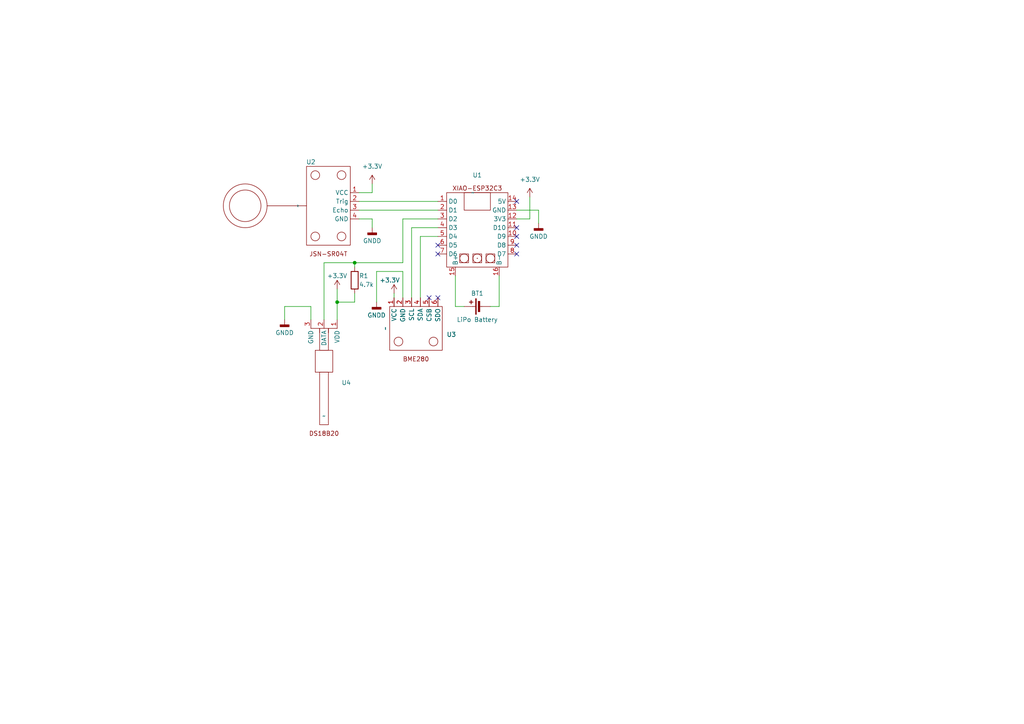
<source format=kicad_sch>
(kicad_sch (version 20230121) (generator eeschema)

  (uuid 9d7ce83e-1b0b-4e93-ab9d-79e284afb2de)

  (paper "A4")

  (lib_symbols
    (symbol "Device:Battery_Cell" (pin_numbers hide) (pin_names (offset 0) hide) (in_bom yes) (on_board yes)
      (property "Reference" "BT" (at 2.54 2.54 0)
        (effects (font (size 1.27 1.27)) (justify left))
      )
      (property "Value" "Battery_Cell" (at 2.54 0 0)
        (effects (font (size 1.27 1.27)) (justify left))
      )
      (property "Footprint" "" (at 0 1.524 90)
        (effects (font (size 1.27 1.27)) hide)
      )
      (property "Datasheet" "~" (at 0 1.524 90)
        (effects (font (size 1.27 1.27)) hide)
      )
      (property "ki_keywords" "battery cell" (at 0 0 0)
        (effects (font (size 1.27 1.27)) hide)
      )
      (property "ki_description" "Single-cell battery" (at 0 0 0)
        (effects (font (size 1.27 1.27)) hide)
      )
      (symbol "Battery_Cell_0_1"
        (rectangle (start -2.286 1.778) (end 2.286 1.524)
          (stroke (width 0) (type default))
          (fill (type outline))
        )
        (rectangle (start -1.524 1.016) (end 1.524 0.508)
          (stroke (width 0) (type default))
          (fill (type outline))
        )
        (polyline
          (pts
            (xy 0 0.762)
            (xy 0 0)
          )
          (stroke (width 0) (type default))
          (fill (type none))
        )
        (polyline
          (pts
            (xy 0 1.778)
            (xy 0 2.54)
          )
          (stroke (width 0) (type default))
          (fill (type none))
        )
        (polyline
          (pts
            (xy 0.762 3.048)
            (xy 1.778 3.048)
          )
          (stroke (width 0.254) (type default))
          (fill (type none))
        )
        (polyline
          (pts
            (xy 1.27 3.556)
            (xy 1.27 2.54)
          )
          (stroke (width 0.254) (type default))
          (fill (type none))
        )
      )
      (symbol "Battery_Cell_1_1"
        (pin passive line (at 0 5.08 270) (length 2.54)
          (name "+" (effects (font (size 1.27 1.27))))
          (number "1" (effects (font (size 1.27 1.27))))
        )
        (pin passive line (at 0 -2.54 90) (length 2.54)
          (name "-" (effects (font (size 1.27 1.27))))
          (number "2" (effects (font (size 1.27 1.27))))
        )
      )
    )
    (symbol "Device:R" (pin_numbers hide) (pin_names (offset 0)) (in_bom yes) (on_board yes)
      (property "Reference" "R" (at 2.032 0 90)
        (effects (font (size 1.27 1.27)))
      )
      (property "Value" "R" (at 0 0 90)
        (effects (font (size 1.27 1.27)))
      )
      (property "Footprint" "" (at -1.778 0 90)
        (effects (font (size 1.27 1.27)) hide)
      )
      (property "Datasheet" "~" (at 0 0 0)
        (effects (font (size 1.27 1.27)) hide)
      )
      (property "ki_keywords" "R res resistor" (at 0 0 0)
        (effects (font (size 1.27 1.27)) hide)
      )
      (property "ki_description" "Resistor" (at 0 0 0)
        (effects (font (size 1.27 1.27)) hide)
      )
      (property "ki_fp_filters" "R_*" (at 0 0 0)
        (effects (font (size 1.27 1.27)) hide)
      )
      (symbol "R_0_1"
        (rectangle (start -1.016 -2.54) (end 1.016 2.54)
          (stroke (width 0.254) (type default))
          (fill (type none))
        )
      )
      (symbol "R_1_1"
        (pin passive line (at 0 3.81 270) (length 1.27)
          (name "~" (effects (font (size 1.27 1.27))))
          (number "1" (effects (font (size 1.27 1.27))))
        )
        (pin passive line (at 0 -3.81 90) (length 1.27)
          (name "~" (effects (font (size 1.27 1.27))))
          (number "2" (effects (font (size 1.27 1.27))))
        )
      )
    )
    (symbol "power:+3.3V" (power) (pin_names (offset 0)) (in_bom yes) (on_board yes)
      (property "Reference" "#PWR" (at 0 -3.81 0)
        (effects (font (size 1.27 1.27)) hide)
      )
      (property "Value" "+3.3V" (at 0 3.556 0)
        (effects (font (size 1.27 1.27)))
      )
      (property "Footprint" "" (at 0 0 0)
        (effects (font (size 1.27 1.27)) hide)
      )
      (property "Datasheet" "" (at 0 0 0)
        (effects (font (size 1.27 1.27)) hide)
      )
      (property "ki_keywords" "global power" (at 0 0 0)
        (effects (font (size 1.27 1.27)) hide)
      )
      (property "ki_description" "Power symbol creates a global label with name \"+3.3V\"" (at 0 0 0)
        (effects (font (size 1.27 1.27)) hide)
      )
      (symbol "+3.3V_0_1"
        (polyline
          (pts
            (xy -0.762 1.27)
            (xy 0 2.54)
          )
          (stroke (width 0) (type default))
          (fill (type none))
        )
        (polyline
          (pts
            (xy 0 0)
            (xy 0 2.54)
          )
          (stroke (width 0) (type default))
          (fill (type none))
        )
        (polyline
          (pts
            (xy 0 2.54)
            (xy 0.762 1.27)
          )
          (stroke (width 0) (type default))
          (fill (type none))
        )
      )
      (symbol "+3.3V_1_1"
        (pin power_in line (at 0 0 90) (length 0) hide
          (name "+3.3V" (effects (font (size 1.27 1.27))))
          (number "1" (effects (font (size 1.27 1.27))))
        )
      )
    )
    (symbol "power:GNDD" (power) (pin_names (offset 0)) (in_bom yes) (on_board yes)
      (property "Reference" "#PWR" (at 0 -6.35 0)
        (effects (font (size 1.27 1.27)) hide)
      )
      (property "Value" "GNDD" (at 0 -3.175 0)
        (effects (font (size 1.27 1.27)))
      )
      (property "Footprint" "" (at 0 0 0)
        (effects (font (size 1.27 1.27)) hide)
      )
      (property "Datasheet" "" (at 0 0 0)
        (effects (font (size 1.27 1.27)) hide)
      )
      (property "ki_keywords" "global power" (at 0 0 0)
        (effects (font (size 1.27 1.27)) hide)
      )
      (property "ki_description" "Power symbol creates a global label with name \"GNDD\" , digital ground" (at 0 0 0)
        (effects (font (size 1.27 1.27)) hide)
      )
      (symbol "GNDD_0_1"
        (rectangle (start -1.27 -1.524) (end 1.27 -2.032)
          (stroke (width 0.254) (type default))
          (fill (type outline))
        )
        (polyline
          (pts
            (xy 0 0)
            (xy 0 -1.524)
          )
          (stroke (width 0) (type default))
          (fill (type none))
        )
      )
      (symbol "GNDD_1_1"
        (pin power_in line (at 0 0 270) (length 0) hide
          (name "GNDD" (effects (font (size 1.27 1.27))))
          (number "1" (effects (font (size 1.27 1.27))))
        )
      )
    )
    (symbol "shemite:BME280" (in_bom yes) (on_board yes)
      (property "Reference" "U" (at -10.16 -5.08 0)
        (effects (font (size 1.27 1.27)))
      )
      (property "Value" "" (at -7.62 -10.16 90)
        (effects (font (size 1.27 1.27)))
      )
      (property "Footprint" "" (at -7.62 -10.16 90)
        (effects (font (size 1.27 1.27)) hide)
      )
      (property "Datasheet" "" (at -7.62 -10.16 90)
        (effects (font (size 1.27 1.27)) hide)
      )
      (symbol "BME280_0_1"
        (rectangle (start -6.35 -16.51) (end 8.89 -3.81)
          (stroke (width 0) (type default))
          (fill (type none))
        )
        (circle (center -3.81 -13.97) (radius 1.27)
          (stroke (width 0) (type default))
          (fill (type none))
        )
        (circle (center 6.35 -13.97) (radius 1.27)
          (stroke (width 0) (type default))
          (fill (type none))
        )
      )
      (symbol "BME280_1_1"
        (text "BME280" (at 1.27 -19.05 0)
          (effects (font (size 1.27 1.27)))
        )
        (pin power_in line (at -5.08 -1.27 270) (length 2.54)
          (name "VCC" (effects (font (size 1.27 1.27))))
          (number "1" (effects (font (size 1.27 1.27))))
        )
        (pin power_in line (at -2.54 -1.27 270) (length 2.54)
          (name "GND" (effects (font (size 1.27 1.27))))
          (number "2" (effects (font (size 1.27 1.27))))
        )
        (pin bidirectional line (at 0 -1.27 270) (length 2.54)
          (name "SCL" (effects (font (size 1.27 1.27))))
          (number "3" (effects (font (size 1.27 1.27))))
        )
        (pin bidirectional line (at 2.54 -1.27 270) (length 2.54)
          (name "SDA" (effects (font (size 1.27 1.27))))
          (number "4" (effects (font (size 1.27 1.27))))
        )
        (pin bidirectional line (at 5.08 -1.27 270) (length 2.54)
          (name "CSB" (effects (font (size 1.27 1.27))))
          (number "5" (effects (font (size 1.27 1.27))))
        )
        (pin bidirectional line (at 7.62 -1.27 270) (length 2.54)
          (name "SDO" (effects (font (size 1.27 1.27))))
          (number "6" (effects (font (size 1.27 1.27))))
        )
      )
    )
    (symbol "shemite:DS18B20" (in_bom yes) (on_board yes)
      (property "Reference" "U" (at -10.16 -6.35 0)
        (effects (font (size 1.27 1.27)))
      )
      (property "Value" "" (at 0 -31.75 0)
        (effects (font (size 1.27 1.27)))
      )
      (property "Footprint" "" (at 0 -31.75 0)
        (effects (font (size 1.27 1.27)) hide)
      )
      (property "Datasheet" "" (at 0 -31.75 0)
        (effects (font (size 1.27 1.27)) hide)
      )
      (symbol "DS18B20_0_1"
        (rectangle (start -1.27 -6.35) (end 1.27 -12.7)
          (stroke (width 0) (type default))
          (fill (type none))
        )
        (polyline
          (pts
            (xy -1.27 -7.62)
            (xy -1.27 -6.35)
            (xy -3.81 -6.35)
          )
          (stroke (width 0) (type default))
          (fill (type none))
        )
        (polyline
          (pts
            (xy 3.81 -6.35)
            (xy 1.27 -6.35)
            (xy 1.27 -7.62)
          )
          (stroke (width 0) (type default))
          (fill (type none))
        )
        (rectangle (start 1.27 -34.29) (end -1.27 -19.05)
          (stroke (width 0) (type default))
          (fill (type none))
        )
        (rectangle (start 2.54 -19.05) (end -2.54 -12.7)
          (stroke (width 0) (type default))
          (fill (type none))
        )
      )
      (symbol "DS18B20_1_1"
        (text "DS18B20\n" (at 0 -36.83 0)
          (effects (font (size 1.27 1.27)))
        )
        (pin power_in line (at 3.81 -3.81 270) (length 2.54)
          (name "VDD" (effects (font (size 1.27 1.27))))
          (number "1" (effects (font (size 1.27 1.27))))
        )
        (pin output line (at 0 -3.81 270) (length 2.54)
          (name "DATA" (effects (font (size 1.27 1.27))))
          (number "2" (effects (font (size 1.27 1.27))))
        )
        (pin power_in line (at -3.81 -3.81 270) (length 2.54)
          (name "GND" (effects (font (size 1.27 1.27))))
          (number "3" (effects (font (size 1.27 1.27))))
        )
      )
    )
    (symbol "shemite:JSN-SR04T" (in_bom yes) (on_board yes)
      (property "Reference" "U" (at -7.62 2.54 90)
        (effects (font (size 1.27 1.27)))
      )
      (property "Value" "" (at 2.54 3.81 0)
        (effects (font (size 1.27 1.27)))
      )
      (property "Footprint" "" (at 2.54 3.81 0)
        (effects (font (size 1.27 1.27)) hide)
      )
      (property "Datasheet" "" (at 2.54 3.81 0)
        (effects (font (size 1.27 1.27)) hide)
      )
      (symbol "JSN-SR04T_0_1"
        (circle (center -6.35 8.89) (radius 1.27)
          (stroke (width 0) (type default))
          (fill (type none))
        )
        (circle (center -6.35 16.51) (radius 1.27)
          (stroke (width 0) (type default))
          (fill (type none))
        )
        (circle (center 11.43 8.89) (radius 1.27)
          (stroke (width 0) (type default))
          (fill (type none))
        )
        (circle (center 11.43 16.51) (radius 1.27)
          (stroke (width 0) (type default))
          (fill (type none))
        )
        (rectangle (start 13.97 6.35) (end -8.89 19.05)
          (stroke (width 0) (type default))
          (fill (type none))
        )
      )
      (symbol "JSN-SR04T_1_1"
        (polyline
          (pts
            (xy 2.54 6.35)
            (xy 2.54 -5.08)
          )
          (stroke (width 0) (type default))
          (fill (type none))
        )
        (circle (center 2.54 -11.43) (radius 4.5791)
          (stroke (width 0) (type default))
          (fill (type none))
        )
        (circle (center 2.54 -11.43) (radius 6.35)
          (stroke (width 0) (type default))
          (fill (type none))
        )
        (text "JSN-SR04T" (at 16.51 12.7 900)
          (effects (font (size 1.27 1.27)))
        )
        (pin power_in line (at -1.27 21.59 270) (length 2.54)
          (name "VCC" (effects (font (size 1.27 1.27))))
          (number "1" (effects (font (size 1.27 1.27))))
        )
        (pin output line (at 1.27 21.59 270) (length 2.54)
          (name "Trig" (effects (font (size 1.27 1.27))))
          (number "2" (effects (font (size 1.27 1.27))))
        )
        (pin input line (at 3.81 21.59 270) (length 2.54)
          (name "Echo" (effects (font (size 1.27 1.27))))
          (number "3" (effects (font (size 1.27 1.27))))
        )
        (pin power_in line (at 6.35 21.59 270) (length 2.54)
          (name "GND" (effects (font (size 1.27 1.27))))
          (number "4" (effects (font (size 1.27 1.27))))
        )
      )
    )
    (symbol "shemite:XIAO-ESP32C3" (in_bom yes) (on_board yes)
      (property "Reference" "U" (at -12.7 -24.13 0)
        (effects (font (size 1.27 1.27)))
      )
      (property "Value" "" (at -1.27 0 0)
        (effects (font (size 1.27 1.27)))
      )
      (property "Footprint" "" (at -1.27 0 0)
        (effects (font (size 1.27 1.27)) hide)
      )
      (property "Datasheet" "" (at -1.27 0 0)
        (effects (font (size 1.27 1.27)) hide)
      )
      (symbol "XIAO-ESP32C3_0_1"
        (rectangle (start -8.89 0) (end 8.89 -21.59)
          (stroke (width 0) (type default))
          (fill (type none))
        )
        (rectangle (start -5.08 -17.78) (end -2.54 -20.32)
          (stroke (width 0) (type default))
          (fill (type none))
        )
        (circle (center -3.81 -19.05) (radius 1.27)
          (stroke (width 0) (type default))
          (fill (type none))
        )
        (rectangle (start -3.81 0) (end 3.81 -5.08)
          (stroke (width 0) (type default))
          (fill (type none))
        )
        (rectangle (start -1.27 -17.78) (end 1.27 -20.32)
          (stroke (width 0) (type default))
          (fill (type none))
        )
        (circle (center 0 -19.05) (radius 0.0001)
          (stroke (width 0) (type default))
          (fill (type none))
        )
        (circle (center 0 -19.05) (radius 1.27)
          (stroke (width 0) (type default))
          (fill (type none))
        )
        (circle (center 2.54 -20.32) (radius 0.0001)
          (stroke (width 0) (type default))
          (fill (type none))
        )
        (rectangle (start 2.54 -17.78) (end 5.08 -20.32)
          (stroke (width 0) (type default))
          (fill (type none))
        )
        (circle (center 3.81 -19.05) (radius 1.27)
          (stroke (width 0) (type default))
          (fill (type none))
        )
      )
      (symbol "XIAO-ESP32C3_1_1"
        (text "XIAO-ESP32C3" (at 0 1.27 0)
          (effects (font (size 1.27 1.27)))
        )
        (pin bidirectional line (at -11.43 -2.54 0) (length 2.54)
          (name "D0" (effects (font (size 1.27 1.27))))
          (number "1" (effects (font (size 1.27 1.27))))
        )
        (pin bidirectional line (at 11.43 -12.7 180) (length 2.54)
          (name "D9" (effects (font (size 1.27 1.27))))
          (number "10" (effects (font (size 1.27 1.27))))
        )
        (pin bidirectional line (at 11.43 -10.16 180) (length 2.54)
          (name "D10" (effects (font (size 1.27 1.27))))
          (number "11" (effects (font (size 1.27 1.27))))
        )
        (pin power_out line (at 11.43 -7.62 180) (length 2.54)
          (name "3V3" (effects (font (size 1.27 1.27))))
          (number "12" (effects (font (size 1.27 1.27))))
        )
        (pin power_in line (at 11.43 -5.08 180) (length 2.54)
          (name "GND" (effects (font (size 1.27 1.27))))
          (number "13" (effects (font (size 1.27 1.27))))
        )
        (pin power_out line (at 11.43 -2.54 180) (length 2.54)
          (name "5V" (effects (font (size 1.27 1.27))))
          (number "14" (effects (font (size 1.27 1.27))))
        )
        (pin power_in line (at -6.35 -24.13 90) (length 2.54)
          (name "B+" (effects (font (size 1.27 1.27))))
          (number "15" (effects (font (size 1.27 1.27))))
        )
        (pin power_in line (at 6.35 -24.13 90) (length 2.54)
          (name "B-" (effects (font (size 1.27 1.27))))
          (number "16" (effects (font (size 1.27 1.27))))
        )
        (pin bidirectional line (at -11.43 -5.08 0) (length 2.54)
          (name "D1" (effects (font (size 1.27 1.27))))
          (number "2" (effects (font (size 1.27 1.27))))
        )
        (pin bidirectional line (at -11.43 -7.62 0) (length 2.54)
          (name "D2" (effects (font (size 1.27 1.27))))
          (number "3" (effects (font (size 1.27 1.27))))
        )
        (pin bidirectional line (at -11.43 -10.16 0) (length 2.54)
          (name "D3" (effects (font (size 1.27 1.27))))
          (number "4" (effects (font (size 1.27 1.27))))
        )
        (pin bidirectional line (at -11.43 -12.7 0) (length 2.54)
          (name "D4" (effects (font (size 1.27 1.27))))
          (number "5" (effects (font (size 1.27 1.27))))
        )
        (pin bidirectional line (at -11.43 -15.24 0) (length 2.54)
          (name "D5" (effects (font (size 1.27 1.27))))
          (number "6" (effects (font (size 1.27 1.27))))
        )
        (pin bidirectional line (at -11.43 -17.78 0) (length 2.54)
          (name "D6" (effects (font (size 1.27 1.27))))
          (number "7" (effects (font (size 1.27 1.27))))
        )
        (pin bidirectional line (at 11.43 -17.78 180) (length 2.54)
          (name "D7" (effects (font (size 1.27 1.27))))
          (number "8" (effects (font (size 1.27 1.27))))
        )
        (pin bidirectional line (at 11.43 -15.24 180) (length 2.54)
          (name "D8" (effects (font (size 1.27 1.27))))
          (number "9" (effects (font (size 1.27 1.27))))
        )
      )
    )
  )

  (junction (at 102.87 76.2) (diameter 0) (color 0 0 0 0)
    (uuid 3e49b0c0-3a7c-47d9-bf65-1bf000831428)
  )
  (junction (at 97.79 87.63) (diameter 0) (color 0 0 0 0)
    (uuid a0fe7811-c0b2-4494-8276-db9e547e4a37)
  )

  (no_connect (at 149.86 73.66) (uuid 121c5c2f-ecc3-4176-9889-fa947b1611f2))
  (no_connect (at 149.86 71.12) (uuid 1d11baf8-dfa7-4f0f-a1a3-42a37158f3e9))
  (no_connect (at 127 86.36) (uuid 41cebc26-8a3c-4c93-87d1-278603bb77f6))
  (no_connect (at 124.46 86.36) (uuid 80d999b0-1b71-4a73-aa50-f0c985adf5d7))
  (no_connect (at 149.86 66.04) (uuid 8a19da84-2bcf-4b7c-9308-2f4a271760d7))
  (no_connect (at 149.86 58.42) (uuid ac27630f-fde9-4a31-9fc9-ab24e338fc5f))
  (no_connect (at 127 71.12) (uuid b72afc11-aaf2-4e2d-89e1-47e9a432c94f))
  (no_connect (at 149.86 68.58) (uuid e42239a9-9602-45b0-9139-968db1e0a5e6))
  (no_connect (at 127 73.66) (uuid ebcdd1d4-6d98-441b-848d-421f8d85eee9))

  (wire (pts (xy 97.79 87.63) (xy 97.79 92.71))
    (stroke (width 0) (type default))
    (uuid 004f1d2b-4010-423a-aac9-4d639e9ce987)
  )
  (wire (pts (xy 132.08 80.01) (xy 132.08 88.9))
    (stroke (width 0) (type default))
    (uuid 08db0bf4-7f7c-4b60-8663-4addd95a4a7f)
  )
  (wire (pts (xy 102.87 76.2) (xy 116.84 76.2))
    (stroke (width 0) (type default))
    (uuid 0a3f8146-e8b7-49f2-aa29-0add3b30845b)
  )
  (wire (pts (xy 132.08 88.9) (xy 134.62 88.9))
    (stroke (width 0) (type default))
    (uuid 0a612c2e-0f1d-4ba5-977f-7a123b310126)
  )
  (wire (pts (xy 114.3 85.09) (xy 114.3 86.36))
    (stroke (width 0) (type default))
    (uuid 0cfe0cc4-8c1b-49a5-bc17-918a132a4091)
  )
  (wire (pts (xy 82.55 88.9) (xy 82.55 92.71))
    (stroke (width 0) (type default))
    (uuid 0da22858-5bf5-4cb5-8c38-92a9a71ae49c)
  )
  (wire (pts (xy 144.78 80.01) (xy 144.78 88.9))
    (stroke (width 0) (type default))
    (uuid 14dcfcf5-f3ec-40e8-b2c4-6987db28778b)
  )
  (wire (pts (xy 97.79 83.82) (xy 97.79 87.63))
    (stroke (width 0) (type default))
    (uuid 2803b342-43d9-4498-8889-434529428d01)
  )
  (wire (pts (xy 109.22 78.74) (xy 109.22 87.63))
    (stroke (width 0) (type default))
    (uuid 2d186327-52e1-48b6-b631-8ae3b4967600)
  )
  (wire (pts (xy 119.38 66.04) (xy 127 66.04))
    (stroke (width 0) (type default))
    (uuid 3218b7da-a92f-4fff-914e-4bfd0fe594b4)
  )
  (wire (pts (xy 116.84 76.2) (xy 116.84 63.5))
    (stroke (width 0) (type default))
    (uuid 34491fc8-d019-43bd-8cc4-20a9387b3171)
  )
  (wire (pts (xy 90.17 92.71) (xy 90.17 88.9))
    (stroke (width 0) (type default))
    (uuid 35bdb76b-7383-4f24-98d6-1c4bee925407)
  )
  (wire (pts (xy 144.78 88.9) (xy 142.24 88.9))
    (stroke (width 0) (type default))
    (uuid 3608d4f5-683a-4d31-a189-d4ee09584839)
  )
  (wire (pts (xy 121.92 86.36) (xy 121.92 68.58))
    (stroke (width 0) (type default))
    (uuid 46646bf6-4e6f-4079-bf83-611d15f0b4e2)
  )
  (wire (pts (xy 156.21 64.77) (xy 156.21 60.96))
    (stroke (width 0) (type default))
    (uuid 48927c99-fec3-4675-b655-f7e9fdb86697)
  )
  (wire (pts (xy 90.17 88.9) (xy 82.55 88.9))
    (stroke (width 0) (type default))
    (uuid 48cf52e7-3a45-4e9b-b9f4-9f7047f11a97)
  )
  (wire (pts (xy 116.84 86.36) (xy 116.84 78.74))
    (stroke (width 0) (type default))
    (uuid 5cd6aba8-aec3-481b-88e1-192ab351265a)
  )
  (wire (pts (xy 107.95 63.5) (xy 107.95 66.04))
    (stroke (width 0) (type default))
    (uuid 66e54a22-9ae2-4a2a-a69c-fd7bd7ddd5e3)
  )
  (wire (pts (xy 104.14 58.42) (xy 127 58.42))
    (stroke (width 0) (type default))
    (uuid 70628cdb-1f57-4fad-97b1-cb4a17232baa)
  )
  (wire (pts (xy 102.87 76.2) (xy 102.87 77.47))
    (stroke (width 0) (type default))
    (uuid 746a31d7-8d25-480a-94a3-1260d24cd009)
  )
  (wire (pts (xy 153.67 57.15) (xy 153.67 63.5))
    (stroke (width 0) (type default))
    (uuid 820e2ebd-891a-4117-88a6-75ca8f03eda5)
  )
  (wire (pts (xy 107.95 53.34) (xy 107.95 55.88))
    (stroke (width 0) (type default))
    (uuid 87bc1b1d-7ece-45e4-932f-831d7410a267)
  )
  (wire (pts (xy 121.92 68.58) (xy 127 68.58))
    (stroke (width 0) (type default))
    (uuid 88121ae5-d1f7-4851-871a-21d3c67b04d7)
  )
  (wire (pts (xy 102.87 85.09) (xy 102.87 87.63))
    (stroke (width 0) (type default))
    (uuid 90edac16-f1fe-4779-804f-60a742322ff3)
  )
  (wire (pts (xy 93.98 76.2) (xy 102.87 76.2))
    (stroke (width 0) (type default))
    (uuid 9fddd2cc-9dc9-429e-b9b6-335f3adf9a1a)
  )
  (wire (pts (xy 104.14 60.96) (xy 127 60.96))
    (stroke (width 0) (type default))
    (uuid a151c0bd-4011-4de8-b8fb-ac45e0358ea7)
  )
  (wire (pts (xy 119.38 86.36) (xy 119.38 66.04))
    (stroke (width 0) (type default))
    (uuid a542fae6-6d1d-4126-8a5a-83a9d546a629)
  )
  (wire (pts (xy 93.98 76.2) (xy 93.98 92.71))
    (stroke (width 0) (type default))
    (uuid a7e54918-2456-497c-b5d0-6ae5a9eb6bcf)
  )
  (wire (pts (xy 116.84 63.5) (xy 127 63.5))
    (stroke (width 0) (type default))
    (uuid abf7d6ce-cb6d-4893-ac7a-d7ad5c28c3c7)
  )
  (wire (pts (xy 104.14 55.88) (xy 107.95 55.88))
    (stroke (width 0) (type default))
    (uuid cbcf1aef-b01e-4fd1-99df-4f92d622d146)
  )
  (wire (pts (xy 104.14 63.5) (xy 107.95 63.5))
    (stroke (width 0) (type default))
    (uuid d0f8dc31-447f-4c8f-93a5-3be694728430)
  )
  (wire (pts (xy 116.84 78.74) (xy 109.22 78.74))
    (stroke (width 0) (type default))
    (uuid e12b32c7-8ab0-47a8-9262-74c7c2dc68c4)
  )
  (wire (pts (xy 102.87 87.63) (xy 97.79 87.63))
    (stroke (width 0) (type default))
    (uuid e18987ff-c148-4d5a-8374-5de97584bb3a)
  )
  (wire (pts (xy 153.67 63.5) (xy 149.86 63.5))
    (stroke (width 0) (type default))
    (uuid e5f6da76-e498-4d1a-ba8f-36af19f10c4e)
  )
  (wire (pts (xy 156.21 60.96) (xy 149.86 60.96))
    (stroke (width 0) (type default))
    (uuid f49096ce-a173-41ef-915e-ce46e805b905)
  )

  (symbol (lib_id "power:GNDD") (at 82.55 92.71 0) (unit 1)
    (in_bom yes) (on_board yes) (dnp no) (fields_autoplaced)
    (uuid 209c2e7b-7bf5-4721-92c2-56c6f6b3c298)
    (property "Reference" "#PWR08" (at 82.55 99.06 0)
      (effects (font (size 1.27 1.27)) hide)
    )
    (property "Value" "GNDD" (at 82.55 96.52 0)
      (effects (font (size 1.27 1.27)))
    )
    (property "Footprint" "" (at 82.55 92.71 0)
      (effects (font (size 1.27 1.27)) hide)
    )
    (property "Datasheet" "" (at 82.55 92.71 0)
      (effects (font (size 1.27 1.27)) hide)
    )
    (pin "1" (uuid 26a25b94-fdaf-46ca-aa3b-31b69efe6f40))
    (instances
      (project "DR"
        (path "/9d7ce83e-1b0b-4e93-ab9d-79e284afb2de"
          (reference "#PWR08") (unit 1)
        )
      )
    )
  )

  (symbol (lib_id "shemite:JSN-SR04T") (at 82.55 57.15 270) (unit 1)
    (in_bom yes) (on_board yes) (dnp no)
    (uuid 42e6229a-bff4-433d-939b-c663b161cc19)
    (property "Reference" "U2" (at 90.17 46.99 90)
      (effects (font (size 1.27 1.27)))
    )
    (property "Value" "~" (at 86.36 59.69 0)
      (effects (font (size 1.27 1.27)))
    )
    (property "Footprint" "DR_Components_Footprints:JSN-SR04T" (at 86.36 59.69 0)
      (effects (font (size 1.27 1.27)) hide)
    )
    (property "Datasheet" "" (at 86.36 59.69 0)
      (effects (font (size 1.27 1.27)) hide)
    )
    (pin "2" (uuid 4ca30271-2e05-472c-bf11-db2868083d42))
    (pin "1" (uuid da214c28-256e-4588-8c33-5923c61d661e))
    (pin "4" (uuid f32d23c5-3cb2-40b2-a6d7-dd23f5052bfd))
    (pin "3" (uuid 1d859d4b-70e6-4a49-8fca-ffd3bcca1675))
    (instances
      (project "DR"
        (path "/9d7ce83e-1b0b-4e93-ab9d-79e284afb2de"
          (reference "U2") (unit 1)
        )
      )
    )
  )

  (symbol (lib_id "power:+3.3V") (at 114.3 85.09 0) (unit 1)
    (in_bom yes) (on_board yes) (dnp no)
    (uuid 4f1b981f-6138-4163-802d-d0faad45105f)
    (property "Reference" "#PWR03" (at 114.3 88.9 0)
      (effects (font (size 1.27 1.27)) hide)
    )
    (property "Value" "+3.3V" (at 113.03 81.28 0)
      (effects (font (size 1.27 1.27)))
    )
    (property "Footprint" "" (at 114.3 85.09 0)
      (effects (font (size 1.27 1.27)) hide)
    )
    (property "Datasheet" "" (at 114.3 85.09 0)
      (effects (font (size 1.27 1.27)) hide)
    )
    (pin "1" (uuid 982b3b1b-b289-47a2-ae9f-a55f8ebff950))
    (instances
      (project "DR"
        (path "/9d7ce83e-1b0b-4e93-ab9d-79e284afb2de"
          (reference "#PWR03") (unit 1)
        )
      )
    )
  )

  (symbol (lib_id "power:+3.3V") (at 97.79 83.82 0) (unit 1)
    (in_bom yes) (on_board yes) (dnp no)
    (uuid 7738b32c-5d9a-4f2f-8925-93ad0c1ec5a8)
    (property "Reference" "#PWR02" (at 97.79 87.63 0)
      (effects (font (size 1.27 1.27)) hide)
    )
    (property "Value" "+3.3V" (at 97.79 80.01 0)
      (effects (font (size 1.27 1.27)))
    )
    (property "Footprint" "" (at 97.79 83.82 0)
      (effects (font (size 1.27 1.27)) hide)
    )
    (property "Datasheet" "" (at 97.79 83.82 0)
      (effects (font (size 1.27 1.27)) hide)
    )
    (pin "1" (uuid 4adef755-e169-47ff-900f-81de9927cd6a))
    (instances
      (project "DR"
        (path "/9d7ce83e-1b0b-4e93-ab9d-79e284afb2de"
          (reference "#PWR02") (unit 1)
        )
      )
    )
  )

  (symbol (lib_id "power:+3.3V") (at 153.67 57.15 0) (unit 1)
    (in_bom yes) (on_board yes) (dnp no) (fields_autoplaced)
    (uuid 7e5f3274-2f13-4988-9ebc-79bb48c3d498)
    (property "Reference" "#PWR04" (at 153.67 60.96 0)
      (effects (font (size 1.27 1.27)) hide)
    )
    (property "Value" "+3.3V" (at 153.67 52.07 0)
      (effects (font (size 1.27 1.27)))
    )
    (property "Footprint" "" (at 153.67 57.15 0)
      (effects (font (size 1.27 1.27)) hide)
    )
    (property "Datasheet" "" (at 153.67 57.15 0)
      (effects (font (size 1.27 1.27)) hide)
    )
    (pin "1" (uuid 95cf8775-8f94-4dbc-911d-86bd5bfc39cd))
    (instances
      (project "DR"
        (path "/9d7ce83e-1b0b-4e93-ab9d-79e284afb2de"
          (reference "#PWR04") (unit 1)
        )
      )
    )
  )

  (symbol (lib_id "power:GNDD") (at 156.21 64.77 0) (unit 1)
    (in_bom yes) (on_board yes) (dnp no) (fields_autoplaced)
    (uuid 7fdf1519-aebc-4bb6-9384-c9466ef68bab)
    (property "Reference" "#PWR05" (at 156.21 71.12 0)
      (effects (font (size 1.27 1.27)) hide)
    )
    (property "Value" "GNDD" (at 156.21 68.58 0)
      (effects (font (size 1.27 1.27)))
    )
    (property "Footprint" "" (at 156.21 64.77 0)
      (effects (font (size 1.27 1.27)) hide)
    )
    (property "Datasheet" "" (at 156.21 64.77 0)
      (effects (font (size 1.27 1.27)) hide)
    )
    (pin "1" (uuid d2c75c0e-6978-4de2-b103-adecace45432))
    (instances
      (project "DR"
        (path "/9d7ce83e-1b0b-4e93-ab9d-79e284afb2de"
          (reference "#PWR05") (unit 1)
        )
      )
    )
  )

  (symbol (lib_id "shemite:DS18B20") (at 93.98 88.9 0) (unit 1)
    (in_bom yes) (on_board yes) (dnp no) (fields_autoplaced)
    (uuid 9681db75-8404-4dc6-b8ea-fe767d8d9e31)
    (property "Reference" "U4" (at 99.06 111.0008 0)
      (effects (font (size 1.27 1.27)) (justify left))
    )
    (property "Value" "~" (at 93.98 120.65 0)
      (effects (font (size 1.27 1.27)))
    )
    (property "Footprint" "DR_Components_Footprints:3pin conn" (at 93.98 120.65 0)
      (effects (font (size 1.27 1.27)) hide)
    )
    (property "Datasheet" "" (at 93.98 120.65 0)
      (effects (font (size 1.27 1.27)) hide)
    )
    (pin "3" (uuid da54d1be-58c7-4e3a-ac18-e984afb9d5cf))
    (pin "1" (uuid ca9ef235-b50a-497b-b997-4cda507b0a4c))
    (pin "2" (uuid b43eab3e-23bb-4549-92aa-4ad1208ffeec))
    (instances
      (project "DR"
        (path "/9d7ce83e-1b0b-4e93-ab9d-79e284afb2de"
          (reference "U4") (unit 1)
        )
      )
    )
  )

  (symbol (lib_id "shemite:BME280") (at 119.38 85.09 0) (unit 1)
    (in_bom yes) (on_board yes) (dnp no) (fields_autoplaced)
    (uuid c19fb0e9-e868-4c4f-b331-87cd51912b49)
    (property "Reference" "U3" (at 129.54 97.0308 0)
      (effects (font (size 1.27 1.27)) (justify left))
    )
    (property "Value" "~" (at 111.76 95.25 90)
      (effects (font (size 1.27 1.27)))
    )
    (property "Footprint" "DR_Components_Footprints:BME280" (at 111.76 95.25 90)
      (effects (font (size 1.27 1.27)) hide)
    )
    (property "Datasheet" "" (at 111.76 95.25 90)
      (effects (font (size 1.27 1.27)) hide)
    )
    (pin "5" (uuid 3f81778f-abf3-4dfb-acb0-1633ea569963))
    (pin "4" (uuid bc04c8b0-14c7-4462-a695-77e73dfbb90c))
    (pin "1" (uuid fbc13810-44bf-4bd9-b0d3-025699f4b8e6))
    (pin "2" (uuid d7f9eee3-484c-4c3e-91d8-8c02a652c686))
    (pin "6" (uuid 9991d2b0-55e4-4f81-835b-16c21f065139))
    (pin "3" (uuid 6f780d11-ba92-4c66-9001-0f459718d706))
    (instances
      (project "DR"
        (path "/9d7ce83e-1b0b-4e93-ab9d-79e284afb2de"
          (reference "U3") (unit 1)
        )
      )
    )
  )

  (symbol (lib_id "power:GNDD") (at 107.95 66.04 0) (unit 1)
    (in_bom yes) (on_board yes) (dnp no) (fields_autoplaced)
    (uuid d37fba4b-2edc-484f-ab9c-316bb64e355e)
    (property "Reference" "#PWR06" (at 107.95 72.39 0)
      (effects (font (size 1.27 1.27)) hide)
    )
    (property "Value" "GNDD" (at 107.95 69.85 0)
      (effects (font (size 1.27 1.27)))
    )
    (property "Footprint" "" (at 107.95 66.04 0)
      (effects (font (size 1.27 1.27)) hide)
    )
    (property "Datasheet" "" (at 107.95 66.04 0)
      (effects (font (size 1.27 1.27)) hide)
    )
    (pin "1" (uuid d754edd5-b7c9-403f-9a4f-b8316629ff87))
    (instances
      (project "DR"
        (path "/9d7ce83e-1b0b-4e93-ab9d-79e284afb2de"
          (reference "#PWR06") (unit 1)
        )
      )
    )
  )

  (symbol (lib_id "Device:R") (at 102.87 81.28 0) (unit 1)
    (in_bom yes) (on_board yes) (dnp no)
    (uuid d709ea82-58ba-421e-9f32-54b0f7778442)
    (property "Reference" "R1" (at 104.14 80.01 0)
      (effects (font (size 1.27 1.27)) (justify left))
    )
    (property "Value" "4.7k" (at 104.14 82.55 0)
      (effects (font (size 1.27 1.27)) (justify left))
    )
    (property "Footprint" "Resistor_THT:R_Axial_DIN0309_L9.0mm_D3.2mm_P12.70mm_Horizontal" (at 101.092 81.28 90)
      (effects (font (size 1.27 1.27)) hide)
    )
    (property "Datasheet" "~" (at 102.87 81.28 0)
      (effects (font (size 1.27 1.27)) hide)
    )
    (pin "1" (uuid a351f445-6866-4774-b592-f205d402f1b1))
    (pin "2" (uuid 80adc751-de87-4033-9e57-5462892f4503))
    (instances
      (project "DR"
        (path "/9d7ce83e-1b0b-4e93-ab9d-79e284afb2de"
          (reference "R1") (unit 1)
        )
      )
    )
  )

  (symbol (lib_id "power:GNDD") (at 109.22 87.63 0) (unit 1)
    (in_bom yes) (on_board yes) (dnp no) (fields_autoplaced)
    (uuid d844c703-4d4b-4093-91d9-c77aa886044c)
    (property "Reference" "#PWR07" (at 109.22 93.98 0)
      (effects (font (size 1.27 1.27)) hide)
    )
    (property "Value" "GNDD" (at 109.22 91.44 0)
      (effects (font (size 1.27 1.27)))
    )
    (property "Footprint" "" (at 109.22 87.63 0)
      (effects (font (size 1.27 1.27)) hide)
    )
    (property "Datasheet" "" (at 109.22 87.63 0)
      (effects (font (size 1.27 1.27)) hide)
    )
    (pin "1" (uuid 69853d5a-2b46-49e1-862d-5d7c80c0d4b5))
    (instances
      (project "DR"
        (path "/9d7ce83e-1b0b-4e93-ab9d-79e284afb2de"
          (reference "#PWR07") (unit 1)
        )
      )
    )
  )

  (symbol (lib_id "shemite:XIAO-ESP32C3") (at 138.43 55.88 0) (unit 1)
    (in_bom yes) (on_board yes) (dnp no) (fields_autoplaced)
    (uuid eeddd749-9ae1-498d-baad-e4f565c3b796)
    (property "Reference" "U1" (at 138.43 50.8 0)
      (effects (font (size 1.27 1.27)))
    )
    (property "Value" "~" (at 137.16 55.88 0)
      (effects (font (size 1.27 1.27)))
    )
    (property "Footprint" "DR_Components_Footprints:XIAO ESP32C3" (at 137.16 55.88 0)
      (effects (font (size 1.27 1.27)) hide)
    )
    (property "Datasheet" "" (at 137.16 55.88 0)
      (effects (font (size 1.27 1.27)) hide)
    )
    (pin "14" (uuid 0c2e2770-59c0-4d67-a3ae-58d762be5439))
    (pin "15" (uuid bfe6bd49-98c4-40d6-afbf-0fcc59f4afe9))
    (pin "6" (uuid c42e6b20-de69-4f53-a469-8cbb14d53c9a))
    (pin "7" (uuid 6d5e6e86-39c4-4cd0-901b-d688b93eabe9))
    (pin "10" (uuid 3a15e669-9006-4720-a704-e673b6d64e9e))
    (pin "16" (uuid a04e3759-ef13-40f1-8722-a87de0abae4b))
    (pin "2" (uuid fcf75609-2615-4464-8286-2f0f9684be61))
    (pin "8" (uuid 71c6f944-9749-4a34-93c0-b6be3f74cde9))
    (pin "4" (uuid ee1ea12b-c774-4ed3-be55-92ed42dc4eff))
    (pin "12" (uuid fe97b84f-dab3-44a2-9e6b-cd822993d7e8))
    (pin "3" (uuid 181aa3c4-a73f-49ae-94e1-4ff4942d555f))
    (pin "9" (uuid 1f11914d-bbf7-436f-b83c-8e70c4caa984))
    (pin "5" (uuid 403ac8ff-1e73-47ca-b613-fd65e354e2cd))
    (pin "1" (uuid c580535e-8c66-41f2-898f-84f72661692d))
    (pin "11" (uuid 6e3d0a07-483e-43c6-bd01-1e2cfe4883ff))
    (pin "13" (uuid 798010c7-371e-4463-b86c-b01c0a4df0d1))
    (instances
      (project "DR"
        (path "/9d7ce83e-1b0b-4e93-ab9d-79e284afb2de"
          (reference "U1") (unit 1)
        )
      )
    )
  )

  (symbol (lib_id "Device:Battery_Cell") (at 139.7 88.9 90) (unit 1)
    (in_bom yes) (on_board yes) (dnp no)
    (uuid f3627113-67e1-4544-a8a1-4ae357c00861)
    (property "Reference" "BT1" (at 138.43 85.09 90)
      (effects (font (size 1.27 1.27)))
    )
    (property "Value" "LiPo Battery" (at 138.43 92.71 90)
      (effects (font (size 1.27 1.27)))
    )
    (property "Footprint" "" (at 138.176 88.9 90)
      (effects (font (size 1.27 1.27)) hide)
    )
    (property "Datasheet" "~" (at 138.176 88.9 90)
      (effects (font (size 1.27 1.27)) hide)
    )
    (pin "2" (uuid b2f148bd-80ac-4461-b248-92ed468bfb62))
    (pin "1" (uuid ca5b3cb6-10e4-40d0-abd1-fa96baddd66e))
    (instances
      (project "DR"
        (path "/9d7ce83e-1b0b-4e93-ab9d-79e284afb2de"
          (reference "BT1") (unit 1)
        )
      )
    )
  )

  (symbol (lib_id "power:+3.3V") (at 107.95 53.34 0) (unit 1)
    (in_bom yes) (on_board yes) (dnp no) (fields_autoplaced)
    (uuid ff342f52-f2fd-4821-8f57-85a64f30688f)
    (property "Reference" "#PWR01" (at 107.95 57.15 0)
      (effects (font (size 1.27 1.27)) hide)
    )
    (property "Value" "+3.3V" (at 107.95 48.26 0)
      (effects (font (size 1.27 1.27)))
    )
    (property "Footprint" "" (at 107.95 53.34 0)
      (effects (font (size 1.27 1.27)) hide)
    )
    (property "Datasheet" "" (at 107.95 53.34 0)
      (effects (font (size 1.27 1.27)) hide)
    )
    (pin "1" (uuid 294c8e6c-536b-40b4-9145-55fffb259ff3))
    (instances
      (project "DR"
        (path "/9d7ce83e-1b0b-4e93-ab9d-79e284afb2de"
          (reference "#PWR01") (unit 1)
        )
      )
    )
  )

  (sheet_instances
    (path "/" (page "1"))
  )
)

</source>
